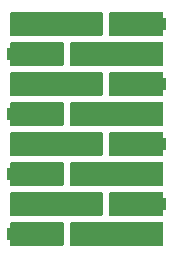
<source format=gbr>
G04 #@! TF.GenerationSoftware,KiCad,Pcbnew,(6.0.5)*
G04 #@! TF.CreationDate,2022-07-12T22:45:23+02:00*
G04 #@! TF.ProjectId,resistor_network,72657369-7374-46f7-925f-6e6574776f72,rev?*
G04 #@! TF.SameCoordinates,Original*
G04 #@! TF.FileFunction,Copper,L2,Bot*
G04 #@! TF.FilePolarity,Positive*
%FSLAX46Y46*%
G04 Gerber Fmt 4.6, Leading zero omitted, Abs format (unit mm)*
G04 Created by KiCad (PCBNEW (6.0.5)) date 2022-07-12 22:45:23*
%MOMM*%
%LPD*%
G01*
G04 APERTURE LIST*
G04 Aperture macros list*
%AMRoundRect*
0 Rectangle with rounded corners*
0 $1 Rounding radius*
0 $2 $3 $4 $5 $6 $7 $8 $9 X,Y pos of 4 corners*
0 Add a 4 corners polygon primitive as box body*
4,1,4,$2,$3,$4,$5,$6,$7,$8,$9,$2,$3,0*
0 Add four circle primitives for the rounded corners*
1,1,$1+$1,$2,$3*
1,1,$1+$1,$4,$5*
1,1,$1+$1,$6,$7*
1,1,$1+$1,$8,$9*
0 Add four rect primitives between the rounded corners*
20,1,$1+$1,$2,$3,$4,$5,0*
20,1,$1+$1,$4,$5,$6,$7,0*
20,1,$1+$1,$6,$7,$8,$9,0*
20,1,$1+$1,$8,$9,$2,$3,0*%
G04 Aperture macros list end*
G04 #@! TA.AperFunction,SMDPad,CuDef*
%ADD10RoundRect,0.250000X-0.312500X-0.625000X0.312500X-0.625000X0.312500X0.625000X-0.312500X0.625000X0*%
G04 #@! TD*
G04 #@! TA.AperFunction,SMDPad,CuDef*
%ADD11R,2.510000X1.000000*%
G04 #@! TD*
G04 #@! TA.AperFunction,Conductor*
%ADD12C,1.000000*%
G04 #@! TD*
G04 APERTURE END LIST*
D10*
G04 #@! TO.P,R18,1*
G04 #@! TO.N,Net-(J4-Pad8)*
X138846100Y-104278600D03*
G04 #@! TO.P,R18,2*
G04 #@! TO.N,Net-(J5-Pad8)*
X141771100Y-104278600D03*
G04 #@! TD*
D11*
G04 #@! TO.P,J5,1,Pin_1*
G04 #@! TO.N,Net-(J5-Pad1)*
X147438600Y-86498600D03*
G04 #@! TO.P,J5,2,Pin_2*
G04 #@! TO.N,Net-(J5-Pad2)*
X144128600Y-89038600D03*
G04 #@! TO.P,J5,3,Pin_3*
G04 #@! TO.N,Net-(J5-Pad3)*
X147438600Y-91578600D03*
G04 #@! TO.P,J5,4,Pin_4*
G04 #@! TO.N,Net-(J5-Pad4)*
X144128600Y-94118600D03*
G04 #@! TO.P,J5,5,Pin_5*
G04 #@! TO.N,Net-(J5-Pad5)*
X147438600Y-96658600D03*
G04 #@! TO.P,J5,6,Pin_6*
G04 #@! TO.N,Net-(J5-Pad6)*
X144128600Y-99198600D03*
G04 #@! TO.P,J5,7,Pin_7*
G04 #@! TO.N,Net-(J5-Pad7)*
X147438600Y-101738600D03*
G04 #@! TO.P,J5,8,Pin_8*
G04 #@! TO.N,Net-(J5-Pad8)*
X144128600Y-104278600D03*
G04 #@! TD*
D10*
G04 #@! TO.P,R17,1*
G04 #@! TO.N,Net-(J4-Pad7)*
X142148100Y-101738600D03*
G04 #@! TO.P,R17,2*
G04 #@! TO.N,Net-(J5-Pad7)*
X145073100Y-101738600D03*
G04 #@! TD*
G04 #@! TO.P,R11,1*
G04 #@! TO.N,Net-(J4-Pad1)*
X142148100Y-86498600D03*
G04 #@! TO.P,R11,2*
G04 #@! TO.N,Net-(J5-Pad1)*
X145073100Y-86498600D03*
G04 #@! TD*
G04 #@! TO.P,R12,1*
G04 #@! TO.N,Net-(J4-Pad2)*
X138846100Y-89038600D03*
G04 #@! TO.P,R12,2*
G04 #@! TO.N,Net-(J5-Pad2)*
X141771100Y-89038600D03*
G04 #@! TD*
D11*
G04 #@! TO.P,J4,1,Pin_1*
G04 #@! TO.N,Net-(J4-Pad1)*
X139818600Y-86498600D03*
G04 #@! TO.P,J4,2,Pin_2*
G04 #@! TO.N,Net-(J4-Pad2)*
X136508600Y-89038600D03*
G04 #@! TO.P,J4,3,Pin_3*
G04 #@! TO.N,Net-(J4-Pad3)*
X139818600Y-91578600D03*
G04 #@! TO.P,J4,4,Pin_4*
G04 #@! TO.N,Net-(J4-Pad4)*
X136508600Y-94118600D03*
G04 #@! TO.P,J4,5,Pin_5*
G04 #@! TO.N,Net-(J4-Pad5)*
X139818600Y-96658600D03*
G04 #@! TO.P,J4,6,Pin_6*
G04 #@! TO.N,Net-(J4-Pad6)*
X136508600Y-99198600D03*
G04 #@! TO.P,J4,7,Pin_7*
G04 #@! TO.N,Net-(J4-Pad7)*
X139818600Y-101738600D03*
G04 #@! TO.P,J4,8,Pin_8*
G04 #@! TO.N,Net-(J4-Pad8)*
X136508600Y-104278600D03*
G04 #@! TD*
D10*
G04 #@! TO.P,R16,1*
G04 #@! TO.N,Net-(J4-Pad6)*
X138846100Y-99198600D03*
G04 #@! TO.P,R16,2*
G04 #@! TO.N,Net-(J5-Pad6)*
X141771100Y-99198600D03*
G04 #@! TD*
G04 #@! TO.P,R13,1*
G04 #@! TO.N,Net-(J4-Pad3)*
X142148100Y-91578600D03*
G04 #@! TO.P,R13,2*
G04 #@! TO.N,Net-(J5-Pad3)*
X145073100Y-91578600D03*
G04 #@! TD*
G04 #@! TO.P,R15,1*
G04 #@! TO.N,Net-(J4-Pad5)*
X142148100Y-96658600D03*
G04 #@! TO.P,R15,2*
G04 #@! TO.N,Net-(J5-Pad5)*
X145073100Y-96658600D03*
G04 #@! TD*
G04 #@! TO.P,R14,1*
G04 #@! TO.N,Net-(J4-Pad4)*
X138846100Y-94118600D03*
G04 #@! TO.P,R14,2*
G04 #@! TO.N,Net-(J5-Pad4)*
X141771100Y-94118600D03*
G04 #@! TD*
D12*
G04 #@! TO.N,Net-(J4-Pad8)*
X138846100Y-104278600D02*
X136508600Y-104278600D01*
G04 #@! TO.N,Net-(J4-Pad7)*
X142141300Y-101745400D02*
X142148100Y-101738600D01*
X139818600Y-101745400D02*
X142141300Y-101745400D01*
G04 #@! TO.N,Net-(J4-Pad6)*
X138839300Y-99205400D02*
X138846100Y-99198600D01*
X136508600Y-99205400D02*
X138839300Y-99205400D01*
G04 #@! TO.N,Net-(J4-Pad5)*
X142141300Y-96665400D02*
X142148100Y-96658600D01*
X139818600Y-96665400D02*
X142141300Y-96665400D01*
G04 #@! TO.N,Net-(J4-Pad4)*
X138839300Y-94125400D02*
X138846100Y-94118600D01*
X136508600Y-94125400D02*
X138839300Y-94125400D01*
G04 #@! TO.N,Net-(J4-Pad3)*
X139818600Y-91585400D02*
X142141300Y-91585400D01*
X142141300Y-91585400D02*
X142148100Y-91578600D01*
G04 #@! TO.N,Net-(J4-Pad2)*
X136508600Y-89045400D02*
X138839300Y-89045400D01*
X138839300Y-89045400D02*
X138846100Y-89038600D01*
G04 #@! TO.N,Net-(J4-Pad1)*
X142141300Y-86505400D02*
X142148100Y-86498600D01*
X139818600Y-86505400D02*
X142141300Y-86505400D01*
G04 #@! TO.N,Net-(J5-Pad8)*
X141771100Y-104278600D02*
X144128600Y-104278600D01*
G04 #@! TO.N,Net-(J5-Pad7)*
X145079900Y-101745400D02*
X145073100Y-101738600D01*
X147438600Y-101745400D02*
X145079900Y-101745400D01*
G04 #@! TO.N,Net-(J5-Pad6)*
X141777900Y-99205400D02*
X141771100Y-99198600D01*
X144128600Y-99205400D02*
X141777900Y-99205400D01*
G04 #@! TO.N,Net-(J5-Pad5)*
X147438600Y-96665400D02*
X145079900Y-96665400D01*
X145079900Y-96665400D02*
X145073100Y-96658600D01*
G04 #@! TO.N,Net-(J5-Pad4)*
X144128600Y-94125400D02*
X141777900Y-94125400D01*
X141777900Y-94125400D02*
X141771100Y-94118600D01*
G04 #@! TO.N,Net-(J5-Pad3)*
X147438600Y-91585400D02*
X145079900Y-91585400D01*
X145079900Y-91585400D02*
X145073100Y-91578600D01*
G04 #@! TO.N,Net-(J5-Pad2)*
X141777900Y-89045400D02*
X141771100Y-89038600D01*
X144128600Y-89045400D02*
X141777900Y-89045400D01*
G04 #@! TO.N,Net-(J5-Pad1)*
X145079900Y-86505400D02*
X145073100Y-86498600D01*
X147438600Y-86505400D02*
X145079900Y-86505400D01*
G04 #@! TD*
G04 #@! TA.AperFunction,Conductor*
G04 #@! TO.N,Net-(J4-Pad3)*
G36*
X143298721Y-90582602D02*
G01*
X143345214Y-90636258D01*
X143356600Y-90688600D01*
X143356600Y-92468600D01*
X143336598Y-92536721D01*
X143282942Y-92583214D01*
X143230600Y-92594600D01*
X135634500Y-92594600D01*
X135566379Y-92574598D01*
X135519886Y-92520942D01*
X135508500Y-92468600D01*
X135508500Y-90688600D01*
X135528502Y-90620479D01*
X135582158Y-90573986D01*
X135634500Y-90562600D01*
X143230600Y-90562600D01*
X143298721Y-90582602D01*
G37*
G04 #@! TD.AperFunction*
G04 #@! TD*
G04 #@! TA.AperFunction,Conductor*
G04 #@! TO.N,Net-(J5-Pad1)*
G36*
X148433621Y-85528502D02*
G01*
X148480114Y-85582158D01*
X148491500Y-85634500D01*
X148491500Y-87388600D01*
X148471498Y-87456721D01*
X148417842Y-87503214D01*
X148365500Y-87514600D01*
X143990600Y-87514600D01*
X143922479Y-87494598D01*
X143875986Y-87440942D01*
X143864600Y-87388600D01*
X143864600Y-85634500D01*
X143884602Y-85566379D01*
X143938258Y-85519886D01*
X143990600Y-85508500D01*
X148365500Y-85508500D01*
X148433621Y-85528502D01*
G37*
G04 #@! TD.AperFunction*
G04 #@! TD*
G04 #@! TA.AperFunction,Conductor*
G04 #@! TO.N,Net-(J5-Pad7)*
G36*
X148433621Y-100742602D02*
G01*
X148480114Y-100796258D01*
X148491500Y-100848600D01*
X148491500Y-102628600D01*
X148471498Y-102696721D01*
X148417842Y-102743214D01*
X148365500Y-102754600D01*
X143990600Y-102754600D01*
X143922479Y-102734598D01*
X143875986Y-102680942D01*
X143864600Y-102628600D01*
X143864600Y-100848600D01*
X143884602Y-100780479D01*
X143938258Y-100733986D01*
X143990600Y-100722600D01*
X148365500Y-100722600D01*
X148433621Y-100742602D01*
G37*
G04 #@! TD.AperFunction*
G04 #@! TD*
G04 #@! TA.AperFunction,Conductor*
G04 #@! TO.N,Net-(J4-Pad2)*
G36*
X139996721Y-88042602D02*
G01*
X140043214Y-88096258D01*
X140054600Y-88148600D01*
X140054600Y-89928600D01*
X140034598Y-89996721D01*
X139980942Y-90043214D01*
X139928600Y-90054600D01*
X135634500Y-90054600D01*
X135566379Y-90034598D01*
X135519886Y-89980942D01*
X135508500Y-89928600D01*
X135508500Y-88148600D01*
X135528502Y-88080479D01*
X135582158Y-88033986D01*
X135634500Y-88022600D01*
X139928600Y-88022600D01*
X139996721Y-88042602D01*
G37*
G04 #@! TD.AperFunction*
G04 #@! TD*
G04 #@! TA.AperFunction,Conductor*
G04 #@! TO.N,Net-(J4-Pad8)*
G36*
X139996721Y-103282602D02*
G01*
X140043214Y-103336258D01*
X140054600Y-103388600D01*
X140054600Y-105168600D01*
X140034598Y-105236721D01*
X139980942Y-105283214D01*
X139928600Y-105294600D01*
X135634500Y-105294600D01*
X135566379Y-105274598D01*
X135519886Y-105220942D01*
X135508500Y-105168600D01*
X135508500Y-103388600D01*
X135528502Y-103320479D01*
X135582158Y-103273986D01*
X135634500Y-103262600D01*
X139928600Y-103262600D01*
X139996721Y-103282602D01*
G37*
G04 #@! TD.AperFunction*
G04 #@! TD*
G04 #@! TA.AperFunction,Conductor*
G04 #@! TO.N,Net-(J5-Pad2)*
G36*
X148433621Y-88042602D02*
G01*
X148480114Y-88096258D01*
X148491500Y-88148600D01*
X148491500Y-89928600D01*
X148471498Y-89996721D01*
X148417842Y-90043214D01*
X148365500Y-90054600D01*
X140688600Y-90054600D01*
X140620479Y-90034598D01*
X140573986Y-89980942D01*
X140562600Y-89928600D01*
X140562600Y-88148600D01*
X140582602Y-88080479D01*
X140636258Y-88033986D01*
X140688600Y-88022600D01*
X148365500Y-88022600D01*
X148433621Y-88042602D01*
G37*
G04 #@! TD.AperFunction*
G04 #@! TD*
G04 #@! TA.AperFunction,Conductor*
G04 #@! TO.N,Net-(J5-Pad6)*
G36*
X148433621Y-98202602D02*
G01*
X148480114Y-98256258D01*
X148491500Y-98308600D01*
X148491500Y-100088600D01*
X148471498Y-100156721D01*
X148417842Y-100203214D01*
X148365500Y-100214600D01*
X140688600Y-100214600D01*
X140620479Y-100194598D01*
X140573986Y-100140942D01*
X140562600Y-100088600D01*
X140562600Y-98308600D01*
X140582602Y-98240479D01*
X140636258Y-98193986D01*
X140688600Y-98182600D01*
X148365500Y-98182600D01*
X148433621Y-98202602D01*
G37*
G04 #@! TD.AperFunction*
G04 #@! TD*
G04 #@! TA.AperFunction,Conductor*
G04 #@! TO.N,Net-(J5-Pad8)*
G36*
X148433621Y-103282602D02*
G01*
X148480114Y-103336258D01*
X148491500Y-103388600D01*
X148491500Y-105168600D01*
X148471498Y-105236721D01*
X148417842Y-105283214D01*
X148365500Y-105294600D01*
X140688600Y-105294600D01*
X140620479Y-105274598D01*
X140573986Y-105220942D01*
X140562600Y-105168600D01*
X140562600Y-103388600D01*
X140582602Y-103320479D01*
X140636258Y-103273986D01*
X140688600Y-103262600D01*
X148365500Y-103262600D01*
X148433621Y-103282602D01*
G37*
G04 #@! TD.AperFunction*
G04 #@! TD*
G04 #@! TA.AperFunction,Conductor*
G04 #@! TO.N,Net-(J4-Pad1)*
G36*
X143298721Y-85528502D02*
G01*
X143345214Y-85582158D01*
X143356600Y-85634500D01*
X143356600Y-87388600D01*
X143336598Y-87456721D01*
X143282942Y-87503214D01*
X143230600Y-87514600D01*
X135634500Y-87514600D01*
X135566379Y-87494598D01*
X135519886Y-87440942D01*
X135508500Y-87388600D01*
X135508500Y-85634500D01*
X135528502Y-85566379D01*
X135582158Y-85519886D01*
X135634500Y-85508500D01*
X143230600Y-85508500D01*
X143298721Y-85528502D01*
G37*
G04 #@! TD.AperFunction*
G04 #@! TD*
G04 #@! TA.AperFunction,Conductor*
G04 #@! TO.N,Net-(J4-Pad6)*
G36*
X139996721Y-98202602D02*
G01*
X140043214Y-98256258D01*
X140054600Y-98308600D01*
X140054600Y-100088600D01*
X140034598Y-100156721D01*
X139980942Y-100203214D01*
X139928600Y-100214600D01*
X135634500Y-100214600D01*
X135566379Y-100194598D01*
X135519886Y-100140942D01*
X135508500Y-100088600D01*
X135508500Y-98308600D01*
X135528502Y-98240479D01*
X135582158Y-98193986D01*
X135634500Y-98182600D01*
X139928600Y-98182600D01*
X139996721Y-98202602D01*
G37*
G04 #@! TD.AperFunction*
G04 #@! TD*
G04 #@! TA.AperFunction,Conductor*
G04 #@! TO.N,Net-(J5-Pad3)*
G36*
X148433621Y-90582602D02*
G01*
X148480114Y-90636258D01*
X148491500Y-90688600D01*
X148491500Y-92468600D01*
X148471498Y-92536721D01*
X148417842Y-92583214D01*
X148365500Y-92594600D01*
X143990600Y-92594600D01*
X143922479Y-92574598D01*
X143875986Y-92520942D01*
X143864600Y-92468600D01*
X143864600Y-90688600D01*
X143884602Y-90620479D01*
X143938258Y-90573986D01*
X143990600Y-90562600D01*
X148365500Y-90562600D01*
X148433621Y-90582602D01*
G37*
G04 #@! TD.AperFunction*
G04 #@! TD*
G04 #@! TA.AperFunction,Conductor*
G04 #@! TO.N,Net-(J4-Pad4)*
G36*
X139996721Y-93122602D02*
G01*
X140043214Y-93176258D01*
X140054600Y-93228600D01*
X140054600Y-95008600D01*
X140034598Y-95076721D01*
X139980942Y-95123214D01*
X139928600Y-95134600D01*
X135634500Y-95134600D01*
X135566379Y-95114598D01*
X135519886Y-95060942D01*
X135508500Y-95008600D01*
X135508500Y-93228600D01*
X135528502Y-93160479D01*
X135582158Y-93113986D01*
X135634500Y-93102600D01*
X139928600Y-93102600D01*
X139996721Y-93122602D01*
G37*
G04 #@! TD.AperFunction*
G04 #@! TD*
G04 #@! TA.AperFunction,Conductor*
G04 #@! TO.N,Net-(J4-Pad5)*
G36*
X143298721Y-95662602D02*
G01*
X143345214Y-95716258D01*
X143356600Y-95768600D01*
X143356600Y-97548600D01*
X143336598Y-97616721D01*
X143282942Y-97663214D01*
X143230600Y-97674600D01*
X135634500Y-97674600D01*
X135566379Y-97654598D01*
X135519886Y-97600942D01*
X135508500Y-97548600D01*
X135508500Y-95768600D01*
X135528502Y-95700479D01*
X135582158Y-95653986D01*
X135634500Y-95642600D01*
X143230600Y-95642600D01*
X143298721Y-95662602D01*
G37*
G04 #@! TD.AperFunction*
G04 #@! TD*
G04 #@! TA.AperFunction,Conductor*
G04 #@! TO.N,Net-(J4-Pad7)*
G36*
X143298721Y-100742602D02*
G01*
X143345214Y-100796258D01*
X143356600Y-100848600D01*
X143356600Y-102628600D01*
X143336598Y-102696721D01*
X143282942Y-102743214D01*
X143230600Y-102754600D01*
X135634500Y-102754600D01*
X135566379Y-102734598D01*
X135519886Y-102680942D01*
X135508500Y-102628600D01*
X135508500Y-100848600D01*
X135528502Y-100780479D01*
X135582158Y-100733986D01*
X135634500Y-100722600D01*
X143230600Y-100722600D01*
X143298721Y-100742602D01*
G37*
G04 #@! TD.AperFunction*
G04 #@! TD*
G04 #@! TA.AperFunction,Conductor*
G04 #@! TO.N,Net-(J5-Pad5)*
G36*
X148433621Y-95662602D02*
G01*
X148480114Y-95716258D01*
X148491500Y-95768600D01*
X148491500Y-97548600D01*
X148471498Y-97616721D01*
X148417842Y-97663214D01*
X148365500Y-97674600D01*
X143990600Y-97674600D01*
X143922479Y-97654598D01*
X143875986Y-97600942D01*
X143864600Y-97548600D01*
X143864600Y-95768600D01*
X143884602Y-95700479D01*
X143938258Y-95653986D01*
X143990600Y-95642600D01*
X148365500Y-95642600D01*
X148433621Y-95662602D01*
G37*
G04 #@! TD.AperFunction*
G04 #@! TD*
G04 #@! TA.AperFunction,Conductor*
G04 #@! TO.N,Net-(J5-Pad4)*
G36*
X148433621Y-93122602D02*
G01*
X148480114Y-93176258D01*
X148491500Y-93228600D01*
X148491500Y-95008600D01*
X148471498Y-95076721D01*
X148417842Y-95123214D01*
X148365500Y-95134600D01*
X140688600Y-95134600D01*
X140620479Y-95114598D01*
X140573986Y-95060942D01*
X140562600Y-95008600D01*
X140562600Y-93228600D01*
X140582602Y-93160479D01*
X140636258Y-93113986D01*
X140688600Y-93102600D01*
X148365500Y-93102600D01*
X148433621Y-93122602D01*
G37*
G04 #@! TD.AperFunction*
G04 #@! TD*
M02*

</source>
